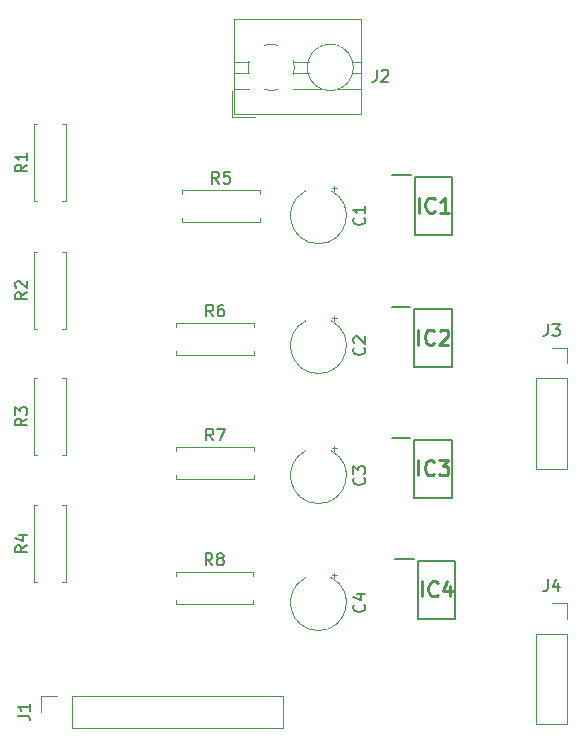
<source format=gbr>
%TF.GenerationSoftware,KiCad,Pcbnew,8.0.6-8.0.6-0~ubuntu22.04.1*%
%TF.CreationDate,2024-11-06T16:41:16-03:00*%
%TF.ProjectId,sensor_filter,73656e73-6f72-45f6-9669-6c7465722e6b,rev?*%
%TF.SameCoordinates,Original*%
%TF.FileFunction,Legend,Top*%
%TF.FilePolarity,Positive*%
%FSLAX46Y46*%
G04 Gerber Fmt 4.6, Leading zero omitted, Abs format (unit mm)*
G04 Created by KiCad (PCBNEW 8.0.6-8.0.6-0~ubuntu22.04.1) date 2024-11-06 16:41:16*
%MOMM*%
%LPD*%
G01*
G04 APERTURE LIST*
%ADD10C,0.150000*%
%ADD11C,0.254000*%
%ADD12C,0.120000*%
%ADD13C,0.200000*%
G04 APERTURE END LIST*
D10*
X155609580Y-86726666D02*
X155657200Y-86774285D01*
X155657200Y-86774285D02*
X155704819Y-86917142D01*
X155704819Y-86917142D02*
X155704819Y-87012380D01*
X155704819Y-87012380D02*
X155657200Y-87155237D01*
X155657200Y-87155237D02*
X155561961Y-87250475D01*
X155561961Y-87250475D02*
X155466723Y-87298094D01*
X155466723Y-87298094D02*
X155276247Y-87345713D01*
X155276247Y-87345713D02*
X155133390Y-87345713D01*
X155133390Y-87345713D02*
X154942914Y-87298094D01*
X154942914Y-87298094D02*
X154847676Y-87250475D01*
X154847676Y-87250475D02*
X154752438Y-87155237D01*
X154752438Y-87155237D02*
X154704819Y-87012380D01*
X154704819Y-87012380D02*
X154704819Y-86917142D01*
X154704819Y-86917142D02*
X154752438Y-86774285D01*
X154752438Y-86774285D02*
X154800057Y-86726666D01*
X155038152Y-85869523D02*
X155704819Y-85869523D01*
X154657200Y-86107618D02*
X155371485Y-86345713D01*
X155371485Y-86345713D02*
X155371485Y-85726666D01*
X142833333Y-62334819D02*
X142500000Y-61858628D01*
X142261905Y-62334819D02*
X142261905Y-61334819D01*
X142261905Y-61334819D02*
X142642857Y-61334819D01*
X142642857Y-61334819D02*
X142738095Y-61382438D01*
X142738095Y-61382438D02*
X142785714Y-61430057D01*
X142785714Y-61430057D02*
X142833333Y-61525295D01*
X142833333Y-61525295D02*
X142833333Y-61668152D01*
X142833333Y-61668152D02*
X142785714Y-61763390D01*
X142785714Y-61763390D02*
X142738095Y-61811009D01*
X142738095Y-61811009D02*
X142642857Y-61858628D01*
X142642857Y-61858628D02*
X142261905Y-61858628D01*
X143690476Y-61334819D02*
X143500000Y-61334819D01*
X143500000Y-61334819D02*
X143404762Y-61382438D01*
X143404762Y-61382438D02*
X143357143Y-61430057D01*
X143357143Y-61430057D02*
X143261905Y-61572914D01*
X143261905Y-61572914D02*
X143214286Y-61763390D01*
X143214286Y-61763390D02*
X143214286Y-62144342D01*
X143214286Y-62144342D02*
X143261905Y-62239580D01*
X143261905Y-62239580D02*
X143309524Y-62287200D01*
X143309524Y-62287200D02*
X143404762Y-62334819D01*
X143404762Y-62334819D02*
X143595238Y-62334819D01*
X143595238Y-62334819D02*
X143690476Y-62287200D01*
X143690476Y-62287200D02*
X143738095Y-62239580D01*
X143738095Y-62239580D02*
X143785714Y-62144342D01*
X143785714Y-62144342D02*
X143785714Y-61906247D01*
X143785714Y-61906247D02*
X143738095Y-61811009D01*
X143738095Y-61811009D02*
X143690476Y-61763390D01*
X143690476Y-61763390D02*
X143595238Y-61715771D01*
X143595238Y-61715771D02*
X143404762Y-61715771D01*
X143404762Y-61715771D02*
X143309524Y-61763390D01*
X143309524Y-61763390D02*
X143261905Y-61811009D01*
X143261905Y-61811009D02*
X143214286Y-61906247D01*
X127084819Y-81726666D02*
X126608628Y-82059999D01*
X127084819Y-82298094D02*
X126084819Y-82298094D01*
X126084819Y-82298094D02*
X126084819Y-81917142D01*
X126084819Y-81917142D02*
X126132438Y-81821904D01*
X126132438Y-81821904D02*
X126180057Y-81774285D01*
X126180057Y-81774285D02*
X126275295Y-81726666D01*
X126275295Y-81726666D02*
X126418152Y-81726666D01*
X126418152Y-81726666D02*
X126513390Y-81774285D01*
X126513390Y-81774285D02*
X126561009Y-81821904D01*
X126561009Y-81821904D02*
X126608628Y-81917142D01*
X126608628Y-81917142D02*
X126608628Y-82298094D01*
X126418152Y-80869523D02*
X127084819Y-80869523D01*
X126037200Y-81107618D02*
X126751485Y-81345713D01*
X126751485Y-81345713D02*
X126751485Y-80726666D01*
D11*
X160210237Y-75789318D02*
X160210237Y-74519318D01*
X161540714Y-75668365D02*
X161480238Y-75728842D01*
X161480238Y-75728842D02*
X161298809Y-75789318D01*
X161298809Y-75789318D02*
X161177857Y-75789318D01*
X161177857Y-75789318D02*
X160996428Y-75728842D01*
X160996428Y-75728842D02*
X160875476Y-75607889D01*
X160875476Y-75607889D02*
X160814999Y-75486937D01*
X160814999Y-75486937D02*
X160754523Y-75245032D01*
X160754523Y-75245032D02*
X160754523Y-75063603D01*
X160754523Y-75063603D02*
X160814999Y-74821699D01*
X160814999Y-74821699D02*
X160875476Y-74700746D01*
X160875476Y-74700746D02*
X160996428Y-74579794D01*
X160996428Y-74579794D02*
X161177857Y-74519318D01*
X161177857Y-74519318D02*
X161298809Y-74519318D01*
X161298809Y-74519318D02*
X161480238Y-74579794D01*
X161480238Y-74579794D02*
X161540714Y-74640270D01*
X161964047Y-74519318D02*
X162750238Y-74519318D01*
X162750238Y-74519318D02*
X162326904Y-75003127D01*
X162326904Y-75003127D02*
X162508333Y-75003127D01*
X162508333Y-75003127D02*
X162629285Y-75063603D01*
X162629285Y-75063603D02*
X162689761Y-75124080D01*
X162689761Y-75124080D02*
X162750238Y-75245032D01*
X162750238Y-75245032D02*
X162750238Y-75547413D01*
X162750238Y-75547413D02*
X162689761Y-75668365D01*
X162689761Y-75668365D02*
X162629285Y-75728842D01*
X162629285Y-75728842D02*
X162508333Y-75789318D01*
X162508333Y-75789318D02*
X162145476Y-75789318D01*
X162145476Y-75789318D02*
X162024523Y-75728842D01*
X162024523Y-75728842D02*
X161964047Y-75668365D01*
D10*
X143333333Y-51084819D02*
X143000000Y-50608628D01*
X142761905Y-51084819D02*
X142761905Y-50084819D01*
X142761905Y-50084819D02*
X143142857Y-50084819D01*
X143142857Y-50084819D02*
X143238095Y-50132438D01*
X143238095Y-50132438D02*
X143285714Y-50180057D01*
X143285714Y-50180057D02*
X143333333Y-50275295D01*
X143333333Y-50275295D02*
X143333333Y-50418152D01*
X143333333Y-50418152D02*
X143285714Y-50513390D01*
X143285714Y-50513390D02*
X143238095Y-50561009D01*
X143238095Y-50561009D02*
X143142857Y-50608628D01*
X143142857Y-50608628D02*
X142761905Y-50608628D01*
X144238095Y-50084819D02*
X143761905Y-50084819D01*
X143761905Y-50084819D02*
X143714286Y-50561009D01*
X143714286Y-50561009D02*
X143761905Y-50513390D01*
X143761905Y-50513390D02*
X143857143Y-50465771D01*
X143857143Y-50465771D02*
X144095238Y-50465771D01*
X144095238Y-50465771D02*
X144190476Y-50513390D01*
X144190476Y-50513390D02*
X144238095Y-50561009D01*
X144238095Y-50561009D02*
X144285714Y-50656247D01*
X144285714Y-50656247D02*
X144285714Y-50894342D01*
X144285714Y-50894342D02*
X144238095Y-50989580D01*
X144238095Y-50989580D02*
X144190476Y-51037200D01*
X144190476Y-51037200D02*
X144095238Y-51084819D01*
X144095238Y-51084819D02*
X143857143Y-51084819D01*
X143857143Y-51084819D02*
X143761905Y-51037200D01*
X143761905Y-51037200D02*
X143714286Y-50989580D01*
D11*
X160210237Y-64729318D02*
X160210237Y-63459318D01*
X161540714Y-64608365D02*
X161480238Y-64668842D01*
X161480238Y-64668842D02*
X161298809Y-64729318D01*
X161298809Y-64729318D02*
X161177857Y-64729318D01*
X161177857Y-64729318D02*
X160996428Y-64668842D01*
X160996428Y-64668842D02*
X160875476Y-64547889D01*
X160875476Y-64547889D02*
X160814999Y-64426937D01*
X160814999Y-64426937D02*
X160754523Y-64185032D01*
X160754523Y-64185032D02*
X160754523Y-64003603D01*
X160754523Y-64003603D02*
X160814999Y-63761699D01*
X160814999Y-63761699D02*
X160875476Y-63640746D01*
X160875476Y-63640746D02*
X160996428Y-63519794D01*
X160996428Y-63519794D02*
X161177857Y-63459318D01*
X161177857Y-63459318D02*
X161298809Y-63459318D01*
X161298809Y-63459318D02*
X161480238Y-63519794D01*
X161480238Y-63519794D02*
X161540714Y-63580270D01*
X162024523Y-63580270D02*
X162084999Y-63519794D01*
X162084999Y-63519794D02*
X162205952Y-63459318D01*
X162205952Y-63459318D02*
X162508333Y-63459318D01*
X162508333Y-63459318D02*
X162629285Y-63519794D01*
X162629285Y-63519794D02*
X162689761Y-63580270D01*
X162689761Y-63580270D02*
X162750238Y-63701222D01*
X162750238Y-63701222D02*
X162750238Y-63822175D01*
X162750238Y-63822175D02*
X162689761Y-64003603D01*
X162689761Y-64003603D02*
X161964047Y-64729318D01*
X161964047Y-64729318D02*
X162750238Y-64729318D01*
X160250237Y-53539318D02*
X160250237Y-52269318D01*
X161580714Y-53418365D02*
X161520238Y-53478842D01*
X161520238Y-53478842D02*
X161338809Y-53539318D01*
X161338809Y-53539318D02*
X161217857Y-53539318D01*
X161217857Y-53539318D02*
X161036428Y-53478842D01*
X161036428Y-53478842D02*
X160915476Y-53357889D01*
X160915476Y-53357889D02*
X160854999Y-53236937D01*
X160854999Y-53236937D02*
X160794523Y-52995032D01*
X160794523Y-52995032D02*
X160794523Y-52813603D01*
X160794523Y-52813603D02*
X160854999Y-52571699D01*
X160854999Y-52571699D02*
X160915476Y-52450746D01*
X160915476Y-52450746D02*
X161036428Y-52329794D01*
X161036428Y-52329794D02*
X161217857Y-52269318D01*
X161217857Y-52269318D02*
X161338809Y-52269318D01*
X161338809Y-52269318D02*
X161520238Y-52329794D01*
X161520238Y-52329794D02*
X161580714Y-52390270D01*
X162790238Y-53539318D02*
X162064523Y-53539318D01*
X162427380Y-53539318D02*
X162427380Y-52269318D01*
X162427380Y-52269318D02*
X162306428Y-52450746D01*
X162306428Y-52450746D02*
X162185476Y-52571699D01*
X162185476Y-52571699D02*
X162064523Y-52632175D01*
D10*
X142773333Y-83394819D02*
X142440000Y-82918628D01*
X142201905Y-83394819D02*
X142201905Y-82394819D01*
X142201905Y-82394819D02*
X142582857Y-82394819D01*
X142582857Y-82394819D02*
X142678095Y-82442438D01*
X142678095Y-82442438D02*
X142725714Y-82490057D01*
X142725714Y-82490057D02*
X142773333Y-82585295D01*
X142773333Y-82585295D02*
X142773333Y-82728152D01*
X142773333Y-82728152D02*
X142725714Y-82823390D01*
X142725714Y-82823390D02*
X142678095Y-82871009D01*
X142678095Y-82871009D02*
X142582857Y-82918628D01*
X142582857Y-82918628D02*
X142201905Y-82918628D01*
X143344762Y-82823390D02*
X143249524Y-82775771D01*
X143249524Y-82775771D02*
X143201905Y-82728152D01*
X143201905Y-82728152D02*
X143154286Y-82632914D01*
X143154286Y-82632914D02*
X143154286Y-82585295D01*
X143154286Y-82585295D02*
X143201905Y-82490057D01*
X143201905Y-82490057D02*
X143249524Y-82442438D01*
X143249524Y-82442438D02*
X143344762Y-82394819D01*
X143344762Y-82394819D02*
X143535238Y-82394819D01*
X143535238Y-82394819D02*
X143630476Y-82442438D01*
X143630476Y-82442438D02*
X143678095Y-82490057D01*
X143678095Y-82490057D02*
X143725714Y-82585295D01*
X143725714Y-82585295D02*
X143725714Y-82632914D01*
X143725714Y-82632914D02*
X143678095Y-82728152D01*
X143678095Y-82728152D02*
X143630476Y-82775771D01*
X143630476Y-82775771D02*
X143535238Y-82823390D01*
X143535238Y-82823390D02*
X143344762Y-82823390D01*
X143344762Y-82823390D02*
X143249524Y-82871009D01*
X143249524Y-82871009D02*
X143201905Y-82918628D01*
X143201905Y-82918628D02*
X143154286Y-83013866D01*
X143154286Y-83013866D02*
X143154286Y-83204342D01*
X143154286Y-83204342D02*
X143201905Y-83299580D01*
X143201905Y-83299580D02*
X143249524Y-83347200D01*
X143249524Y-83347200D02*
X143344762Y-83394819D01*
X143344762Y-83394819D02*
X143535238Y-83394819D01*
X143535238Y-83394819D02*
X143630476Y-83347200D01*
X143630476Y-83347200D02*
X143678095Y-83299580D01*
X143678095Y-83299580D02*
X143725714Y-83204342D01*
X143725714Y-83204342D02*
X143725714Y-83013866D01*
X143725714Y-83013866D02*
X143678095Y-82918628D01*
X143678095Y-82918628D02*
X143630476Y-82871009D01*
X143630476Y-82871009D02*
X143535238Y-82823390D01*
X171166666Y-84604819D02*
X171166666Y-85319104D01*
X171166666Y-85319104D02*
X171119047Y-85461961D01*
X171119047Y-85461961D02*
X171023809Y-85557200D01*
X171023809Y-85557200D02*
X170880952Y-85604819D01*
X170880952Y-85604819D02*
X170785714Y-85604819D01*
X172071428Y-84938152D02*
X172071428Y-85604819D01*
X171833333Y-84557200D02*
X171595238Y-85271485D01*
X171595238Y-85271485D02*
X172214285Y-85271485D01*
X155609580Y-53976666D02*
X155657200Y-54024285D01*
X155657200Y-54024285D02*
X155704819Y-54167142D01*
X155704819Y-54167142D02*
X155704819Y-54262380D01*
X155704819Y-54262380D02*
X155657200Y-54405237D01*
X155657200Y-54405237D02*
X155561961Y-54500475D01*
X155561961Y-54500475D02*
X155466723Y-54548094D01*
X155466723Y-54548094D02*
X155276247Y-54595713D01*
X155276247Y-54595713D02*
X155133390Y-54595713D01*
X155133390Y-54595713D02*
X154942914Y-54548094D01*
X154942914Y-54548094D02*
X154847676Y-54500475D01*
X154847676Y-54500475D02*
X154752438Y-54405237D01*
X154752438Y-54405237D02*
X154704819Y-54262380D01*
X154704819Y-54262380D02*
X154704819Y-54167142D01*
X154704819Y-54167142D02*
X154752438Y-54024285D01*
X154752438Y-54024285D02*
X154800057Y-53976666D01*
X155704819Y-53024285D02*
X155704819Y-53595713D01*
X155704819Y-53309999D02*
X154704819Y-53309999D01*
X154704819Y-53309999D02*
X154847676Y-53405237D01*
X154847676Y-53405237D02*
X154942914Y-53500475D01*
X154942914Y-53500475D02*
X154990533Y-53595713D01*
X127084819Y-70976666D02*
X126608628Y-71309999D01*
X127084819Y-71548094D02*
X126084819Y-71548094D01*
X126084819Y-71548094D02*
X126084819Y-71167142D01*
X126084819Y-71167142D02*
X126132438Y-71071904D01*
X126132438Y-71071904D02*
X126180057Y-71024285D01*
X126180057Y-71024285D02*
X126275295Y-70976666D01*
X126275295Y-70976666D02*
X126418152Y-70976666D01*
X126418152Y-70976666D02*
X126513390Y-71024285D01*
X126513390Y-71024285D02*
X126561009Y-71071904D01*
X126561009Y-71071904D02*
X126608628Y-71167142D01*
X126608628Y-71167142D02*
X126608628Y-71548094D01*
X126084819Y-70643332D02*
X126084819Y-70024285D01*
X126084819Y-70024285D02*
X126465771Y-70357618D01*
X126465771Y-70357618D02*
X126465771Y-70214761D01*
X126465771Y-70214761D02*
X126513390Y-70119523D01*
X126513390Y-70119523D02*
X126561009Y-70071904D01*
X126561009Y-70071904D02*
X126656247Y-70024285D01*
X126656247Y-70024285D02*
X126894342Y-70024285D01*
X126894342Y-70024285D02*
X126989580Y-70071904D01*
X126989580Y-70071904D02*
X127037200Y-70119523D01*
X127037200Y-70119523D02*
X127084819Y-70214761D01*
X127084819Y-70214761D02*
X127084819Y-70500475D01*
X127084819Y-70500475D02*
X127037200Y-70595713D01*
X127037200Y-70595713D02*
X126989580Y-70643332D01*
D11*
X160500237Y-86039318D02*
X160500237Y-84769318D01*
X161830714Y-85918365D02*
X161770238Y-85978842D01*
X161770238Y-85978842D02*
X161588809Y-86039318D01*
X161588809Y-86039318D02*
X161467857Y-86039318D01*
X161467857Y-86039318D02*
X161286428Y-85978842D01*
X161286428Y-85978842D02*
X161165476Y-85857889D01*
X161165476Y-85857889D02*
X161104999Y-85736937D01*
X161104999Y-85736937D02*
X161044523Y-85495032D01*
X161044523Y-85495032D02*
X161044523Y-85313603D01*
X161044523Y-85313603D02*
X161104999Y-85071699D01*
X161104999Y-85071699D02*
X161165476Y-84950746D01*
X161165476Y-84950746D02*
X161286428Y-84829794D01*
X161286428Y-84829794D02*
X161467857Y-84769318D01*
X161467857Y-84769318D02*
X161588809Y-84769318D01*
X161588809Y-84769318D02*
X161770238Y-84829794D01*
X161770238Y-84829794D02*
X161830714Y-84890270D01*
X162919285Y-85192651D02*
X162919285Y-86039318D01*
X162616904Y-84708842D02*
X162314523Y-85615984D01*
X162314523Y-85615984D02*
X163100714Y-85615984D01*
D10*
X155609580Y-75976666D02*
X155657200Y-76024285D01*
X155657200Y-76024285D02*
X155704819Y-76167142D01*
X155704819Y-76167142D02*
X155704819Y-76262380D01*
X155704819Y-76262380D02*
X155657200Y-76405237D01*
X155657200Y-76405237D02*
X155561961Y-76500475D01*
X155561961Y-76500475D02*
X155466723Y-76548094D01*
X155466723Y-76548094D02*
X155276247Y-76595713D01*
X155276247Y-76595713D02*
X155133390Y-76595713D01*
X155133390Y-76595713D02*
X154942914Y-76548094D01*
X154942914Y-76548094D02*
X154847676Y-76500475D01*
X154847676Y-76500475D02*
X154752438Y-76405237D01*
X154752438Y-76405237D02*
X154704819Y-76262380D01*
X154704819Y-76262380D02*
X154704819Y-76167142D01*
X154704819Y-76167142D02*
X154752438Y-76024285D01*
X154752438Y-76024285D02*
X154800057Y-75976666D01*
X154704819Y-75643332D02*
X154704819Y-75024285D01*
X154704819Y-75024285D02*
X155085771Y-75357618D01*
X155085771Y-75357618D02*
X155085771Y-75214761D01*
X155085771Y-75214761D02*
X155133390Y-75119523D01*
X155133390Y-75119523D02*
X155181009Y-75071904D01*
X155181009Y-75071904D02*
X155276247Y-75024285D01*
X155276247Y-75024285D02*
X155514342Y-75024285D01*
X155514342Y-75024285D02*
X155609580Y-75071904D01*
X155609580Y-75071904D02*
X155657200Y-75119523D01*
X155657200Y-75119523D02*
X155704819Y-75214761D01*
X155704819Y-75214761D02*
X155704819Y-75500475D01*
X155704819Y-75500475D02*
X155657200Y-75595713D01*
X155657200Y-75595713D02*
X155609580Y-75643332D01*
X171166666Y-62994819D02*
X171166666Y-63709104D01*
X171166666Y-63709104D02*
X171119047Y-63851961D01*
X171119047Y-63851961D02*
X171023809Y-63947200D01*
X171023809Y-63947200D02*
X170880952Y-63994819D01*
X170880952Y-63994819D02*
X170785714Y-63994819D01*
X171547619Y-62994819D02*
X172166666Y-62994819D01*
X172166666Y-62994819D02*
X171833333Y-63375771D01*
X171833333Y-63375771D02*
X171976190Y-63375771D01*
X171976190Y-63375771D02*
X172071428Y-63423390D01*
X172071428Y-63423390D02*
X172119047Y-63471009D01*
X172119047Y-63471009D02*
X172166666Y-63566247D01*
X172166666Y-63566247D02*
X172166666Y-63804342D01*
X172166666Y-63804342D02*
X172119047Y-63899580D01*
X172119047Y-63899580D02*
X172071428Y-63947200D01*
X172071428Y-63947200D02*
X171976190Y-63994819D01*
X171976190Y-63994819D02*
X171690476Y-63994819D01*
X171690476Y-63994819D02*
X171595238Y-63947200D01*
X171595238Y-63947200D02*
X171547619Y-63899580D01*
X127084819Y-60286666D02*
X126608628Y-60619999D01*
X127084819Y-60858094D02*
X126084819Y-60858094D01*
X126084819Y-60858094D02*
X126084819Y-60477142D01*
X126084819Y-60477142D02*
X126132438Y-60381904D01*
X126132438Y-60381904D02*
X126180057Y-60334285D01*
X126180057Y-60334285D02*
X126275295Y-60286666D01*
X126275295Y-60286666D02*
X126418152Y-60286666D01*
X126418152Y-60286666D02*
X126513390Y-60334285D01*
X126513390Y-60334285D02*
X126561009Y-60381904D01*
X126561009Y-60381904D02*
X126608628Y-60477142D01*
X126608628Y-60477142D02*
X126608628Y-60858094D01*
X126180057Y-59905713D02*
X126132438Y-59858094D01*
X126132438Y-59858094D02*
X126084819Y-59762856D01*
X126084819Y-59762856D02*
X126084819Y-59524761D01*
X126084819Y-59524761D02*
X126132438Y-59429523D01*
X126132438Y-59429523D02*
X126180057Y-59381904D01*
X126180057Y-59381904D02*
X126275295Y-59334285D01*
X126275295Y-59334285D02*
X126370533Y-59334285D01*
X126370533Y-59334285D02*
X126513390Y-59381904D01*
X126513390Y-59381904D02*
X127084819Y-59953332D01*
X127084819Y-59953332D02*
X127084819Y-59334285D01*
X155609580Y-64976666D02*
X155657200Y-65024285D01*
X155657200Y-65024285D02*
X155704819Y-65167142D01*
X155704819Y-65167142D02*
X155704819Y-65262380D01*
X155704819Y-65262380D02*
X155657200Y-65405237D01*
X155657200Y-65405237D02*
X155561961Y-65500475D01*
X155561961Y-65500475D02*
X155466723Y-65548094D01*
X155466723Y-65548094D02*
X155276247Y-65595713D01*
X155276247Y-65595713D02*
X155133390Y-65595713D01*
X155133390Y-65595713D02*
X154942914Y-65548094D01*
X154942914Y-65548094D02*
X154847676Y-65500475D01*
X154847676Y-65500475D02*
X154752438Y-65405237D01*
X154752438Y-65405237D02*
X154704819Y-65262380D01*
X154704819Y-65262380D02*
X154704819Y-65167142D01*
X154704819Y-65167142D02*
X154752438Y-65024285D01*
X154752438Y-65024285D02*
X154800057Y-64976666D01*
X154800057Y-64595713D02*
X154752438Y-64548094D01*
X154752438Y-64548094D02*
X154704819Y-64452856D01*
X154704819Y-64452856D02*
X154704819Y-64214761D01*
X154704819Y-64214761D02*
X154752438Y-64119523D01*
X154752438Y-64119523D02*
X154800057Y-64071904D01*
X154800057Y-64071904D02*
X154895295Y-64024285D01*
X154895295Y-64024285D02*
X154990533Y-64024285D01*
X154990533Y-64024285D02*
X155133390Y-64071904D01*
X155133390Y-64071904D02*
X155704819Y-64643332D01*
X155704819Y-64643332D02*
X155704819Y-64024285D01*
X156666666Y-41454819D02*
X156666666Y-42169104D01*
X156666666Y-42169104D02*
X156619047Y-42311961D01*
X156619047Y-42311961D02*
X156523809Y-42407200D01*
X156523809Y-42407200D02*
X156380952Y-42454819D01*
X156380952Y-42454819D02*
X156285714Y-42454819D01*
X157095238Y-41550057D02*
X157142857Y-41502438D01*
X157142857Y-41502438D02*
X157238095Y-41454819D01*
X157238095Y-41454819D02*
X157476190Y-41454819D01*
X157476190Y-41454819D02*
X157571428Y-41502438D01*
X157571428Y-41502438D02*
X157619047Y-41550057D01*
X157619047Y-41550057D02*
X157666666Y-41645295D01*
X157666666Y-41645295D02*
X157666666Y-41740533D01*
X157666666Y-41740533D02*
X157619047Y-41883390D01*
X157619047Y-41883390D02*
X157047619Y-42454819D01*
X157047619Y-42454819D02*
X157666666Y-42454819D01*
X127084819Y-49476666D02*
X126608628Y-49809999D01*
X127084819Y-50048094D02*
X126084819Y-50048094D01*
X126084819Y-50048094D02*
X126084819Y-49667142D01*
X126084819Y-49667142D02*
X126132438Y-49571904D01*
X126132438Y-49571904D02*
X126180057Y-49524285D01*
X126180057Y-49524285D02*
X126275295Y-49476666D01*
X126275295Y-49476666D02*
X126418152Y-49476666D01*
X126418152Y-49476666D02*
X126513390Y-49524285D01*
X126513390Y-49524285D02*
X126561009Y-49571904D01*
X126561009Y-49571904D02*
X126608628Y-49667142D01*
X126608628Y-49667142D02*
X126608628Y-50048094D01*
X127084819Y-48524285D02*
X127084819Y-49095713D01*
X127084819Y-48809999D02*
X126084819Y-48809999D01*
X126084819Y-48809999D02*
X126227676Y-48905237D01*
X126227676Y-48905237D02*
X126322914Y-49000475D01*
X126322914Y-49000475D02*
X126370533Y-49095713D01*
X126309819Y-96143333D02*
X127024104Y-96143333D01*
X127024104Y-96143333D02*
X127166961Y-96190952D01*
X127166961Y-96190952D02*
X127262200Y-96286190D01*
X127262200Y-96286190D02*
X127309819Y-96429047D01*
X127309819Y-96429047D02*
X127309819Y-96524285D01*
X127309819Y-95143333D02*
X127309819Y-95714761D01*
X127309819Y-95429047D02*
X126309819Y-95429047D01*
X126309819Y-95429047D02*
X126452676Y-95524285D01*
X126452676Y-95524285D02*
X126547914Y-95619523D01*
X126547914Y-95619523D02*
X126595533Y-95714761D01*
X142833333Y-72834819D02*
X142500000Y-72358628D01*
X142261905Y-72834819D02*
X142261905Y-71834819D01*
X142261905Y-71834819D02*
X142642857Y-71834819D01*
X142642857Y-71834819D02*
X142738095Y-71882438D01*
X142738095Y-71882438D02*
X142785714Y-71930057D01*
X142785714Y-71930057D02*
X142833333Y-72025295D01*
X142833333Y-72025295D02*
X142833333Y-72168152D01*
X142833333Y-72168152D02*
X142785714Y-72263390D01*
X142785714Y-72263390D02*
X142738095Y-72311009D01*
X142738095Y-72311009D02*
X142642857Y-72358628D01*
X142642857Y-72358628D02*
X142261905Y-72358628D01*
X143166667Y-71834819D02*
X143833333Y-71834819D01*
X143833333Y-71834819D02*
X143404762Y-72834819D01*
D12*
%TO.C,C4*%
X153085000Y-84022712D02*
X153085000Y-84472712D01*
X153310000Y-84247712D02*
X152860000Y-84247712D01*
X152810000Y-84440259D02*
G75*
G02*
X150690000Y-84440259I-1060000J-2119741D01*
G01*
%TO.C,R6*%
X139730000Y-62880000D02*
X146270000Y-62880000D01*
X139730000Y-63210000D02*
X139730000Y-62880000D01*
X139730000Y-65290000D02*
X139730000Y-65620000D01*
X139730000Y-65620000D02*
X146270000Y-65620000D01*
X146270000Y-62880000D02*
X146270000Y-63210000D01*
X146270000Y-65620000D02*
X146270000Y-65290000D01*
%TO.C,R4*%
X127630000Y-78290000D02*
X127960000Y-78290000D01*
X127630000Y-84830000D02*
X127630000Y-78290000D01*
X127960000Y-84830000D02*
X127630000Y-84830000D01*
X130040000Y-84830000D02*
X130370000Y-84830000D01*
X130370000Y-78290000D02*
X130040000Y-78290000D01*
X130370000Y-84830000D02*
X130370000Y-78290000D01*
D13*
%TO.C,IC3*%
X157975000Y-72610000D02*
X159525000Y-72610000D01*
X159875000Y-72765000D02*
X163025000Y-72765000D01*
X159875000Y-77665000D02*
X159875000Y-72765000D01*
X163025000Y-72765000D02*
X163025000Y-77665000D01*
X163025000Y-77665000D02*
X159875000Y-77665000D01*
D12*
%TO.C,R5*%
X140230000Y-51630000D02*
X146770000Y-51630000D01*
X140230000Y-51960000D02*
X140230000Y-51630000D01*
X140230000Y-54040000D02*
X140230000Y-54370000D01*
X140230000Y-54370000D02*
X146770000Y-54370000D01*
X146770000Y-51630000D02*
X146770000Y-51960000D01*
X146770000Y-54370000D02*
X146770000Y-54040000D01*
D13*
%TO.C,IC2*%
X157975000Y-61550000D02*
X159525000Y-61550000D01*
X159875000Y-61705000D02*
X163025000Y-61705000D01*
X159875000Y-66605000D02*
X159875000Y-61705000D01*
X163025000Y-61705000D02*
X163025000Y-66605000D01*
X163025000Y-66605000D02*
X159875000Y-66605000D01*
%TO.C,IC1*%
X158015000Y-50360000D02*
X159565000Y-50360000D01*
X159915000Y-50515000D02*
X163065000Y-50515000D01*
X159915000Y-55415000D02*
X159915000Y-50515000D01*
X163065000Y-50515000D02*
X163065000Y-55415000D01*
X163065000Y-55415000D02*
X159915000Y-55415000D01*
D12*
%TO.C,R8*%
X139670000Y-83940000D02*
X146210000Y-83940000D01*
X139670000Y-84270000D02*
X139670000Y-83940000D01*
X139670000Y-86350000D02*
X139670000Y-86680000D01*
X139670000Y-86680000D02*
X146210000Y-86680000D01*
X146210000Y-83940000D02*
X146210000Y-84270000D01*
X146210000Y-86680000D02*
X146210000Y-86350000D01*
%TO.C,J4*%
X170170000Y-89190000D02*
X170170000Y-96870000D01*
X170170000Y-89190000D02*
X172830000Y-89190000D01*
X170170000Y-96870000D02*
X172830000Y-96870000D01*
X171500000Y-86590000D02*
X172830000Y-86590000D01*
X172830000Y-86590000D02*
X172830000Y-87920000D01*
X172830000Y-89190000D02*
X172830000Y-96870000D01*
%TO.C,C1*%
X153085000Y-51272712D02*
X153085000Y-51722712D01*
X153310000Y-51497712D02*
X152860000Y-51497712D01*
X152810000Y-51690259D02*
G75*
G02*
X150690000Y-51690259I-1060000J-2119741D01*
G01*
%TO.C,R3*%
X127630000Y-67540000D02*
X127960000Y-67540000D01*
X127630000Y-74080000D02*
X127630000Y-67540000D01*
X127960000Y-74080000D02*
X127630000Y-74080000D01*
X130040000Y-74080000D02*
X130370000Y-74080000D01*
X130370000Y-67540000D02*
X130040000Y-67540000D01*
X130370000Y-74080000D02*
X130370000Y-67540000D01*
D13*
%TO.C,IC4*%
X158265000Y-82860000D02*
X159815000Y-82860000D01*
X160165000Y-83015000D02*
X163315000Y-83015000D01*
X160165000Y-87915000D02*
X160165000Y-83015000D01*
X163315000Y-83015000D02*
X163315000Y-87915000D01*
X163315000Y-87915000D02*
X160165000Y-87915000D01*
D12*
%TO.C,C3*%
X153085000Y-73272712D02*
X153085000Y-73722712D01*
X153310000Y-73497712D02*
X152860000Y-73497712D01*
X152810000Y-73690259D02*
G75*
G02*
X150690000Y-73690259I-1060000J-2119741D01*
G01*
%TO.C,J3*%
X170170000Y-67580000D02*
X170170000Y-75260000D01*
X170170000Y-67580000D02*
X172830000Y-67580000D01*
X170170000Y-75260000D02*
X172830000Y-75260000D01*
X171500000Y-64980000D02*
X172830000Y-64980000D01*
X172830000Y-64980000D02*
X172830000Y-66310000D01*
X172830000Y-67580000D02*
X172830000Y-75260000D01*
%TO.C,R2*%
X127630000Y-56850000D02*
X127960000Y-56850000D01*
X127630000Y-63390000D02*
X127630000Y-56850000D01*
X127960000Y-63390000D02*
X127630000Y-63390000D01*
X130040000Y-63390000D02*
X130370000Y-63390000D01*
X130370000Y-56850000D02*
X130040000Y-56850000D01*
X130370000Y-63390000D02*
X130370000Y-56850000D01*
%TO.C,C2*%
X153085000Y-62272712D02*
X153085000Y-62722712D01*
X153310000Y-62497712D02*
X152860000Y-62497712D01*
X152810000Y-62690259D02*
G75*
G02*
X150690000Y-62690259I-1060000J-2119741D01*
G01*
%TO.C,J2*%
X144390000Y-43220000D02*
X144390000Y-45410000D01*
X144390000Y-45410000D02*
X146340000Y-45410000D01*
X144630000Y-37130000D02*
X144630000Y-45170000D01*
X144630000Y-37130000D02*
X155370000Y-37130000D01*
X144630000Y-40750000D02*
X145870000Y-40750000D01*
X144630000Y-41750000D02*
X145870000Y-41750000D01*
X144630000Y-43050000D02*
X145870000Y-43050000D01*
X144630000Y-45170000D02*
X155370000Y-45170000D01*
X149630000Y-40750000D02*
X150915000Y-40750000D01*
X149630000Y-41750000D02*
X150915000Y-41750000D01*
X149630000Y-43050000D02*
X152081000Y-43050000D01*
X151264000Y-42498000D02*
X151264000Y-42498000D01*
X153420000Y-43050000D02*
X155370000Y-43050000D01*
X154237000Y-40002000D02*
X154237000Y-40002000D01*
X154586000Y-40750000D02*
X155370000Y-40750000D01*
X154586000Y-41750000D02*
X155370000Y-41750000D01*
X155370000Y-37130000D02*
X155370000Y-45170000D01*
X145874578Y-41822619D02*
G75*
G02*
X145875000Y-40676000I1875415J572619D01*
G01*
X147177381Y-39374578D02*
G75*
G02*
X148324000Y-39375000I572619J-1875422D01*
G01*
X147783500Y-43210607D02*
G75*
G02*
X147176000Y-43125000I-33500J1960607D01*
G01*
X148323049Y-43124357D02*
G75*
G02*
X147750000Y-43210000I-573049J1874357D01*
G01*
X149625422Y-40677381D02*
G75*
G02*
X149625000Y-41824000I-1875422J-572619D01*
G01*
X151184339Y-42429122D02*
G75*
G02*
X151185000Y-40070000I1565661J1179122D01*
G01*
X151184826Y-40069305D02*
G75*
G02*
X151271000Y-39963000I1564674J-1180295D01*
G01*
X151271125Y-42536294D02*
G75*
G02*
X151185001Y-42429999I1478775J1286194D01*
G01*
X151271202Y-39962988D02*
G75*
G02*
X151389000Y-39839000I1477098J-1285412D01*
G01*
X151388710Y-42660010D02*
G75*
G02*
X151270999Y-42536000I1361390J1410110D01*
G01*
X151388867Y-39839262D02*
G75*
G02*
X151517000Y-39725999I1361233J-1410838D01*
G01*
X151517069Y-42773253D02*
G75*
G02*
X151389000Y-42660000I1232831J1523153D01*
G01*
X151517452Y-39725623D02*
G75*
G02*
X151655000Y-39624000I1232548J-1524377D01*
G01*
X151654517Y-42875664D02*
G75*
G02*
X151517000Y-42774000I1095483J1625664D01*
G01*
X151683630Y-39605683D02*
G75*
G02*
X151831001Y-39519001I1067170J-1645717D01*
G01*
X151830344Y-42980739D02*
G75*
G02*
X151683000Y-42894000I921656J1734139D01*
G01*
X151922694Y-39472741D02*
G75*
G02*
X152113000Y-39396000I827306J-1777259D01*
G01*
X152112283Y-43103815D02*
G75*
G02*
X151922000Y-43027000I637717J1853815D01*
G01*
X152243681Y-39356527D02*
G75*
G02*
X152751000Y-39290001I506319J-1893473D01*
G01*
X152750479Y-43210685D02*
G75*
G02*
X152242999Y-43144004I-479J1960785D01*
G01*
X152750487Y-39289056D02*
G75*
G02*
X153258000Y-39356000I-487J-1960944D01*
G01*
X153257285Y-43143215D02*
G75*
G02*
X152750000Y-43210000I-507285J1893215D01*
G01*
X153388712Y-39396080D02*
G75*
G02*
X153579001Y-39472998I-638812J-1854220D01*
G01*
X153579295Y-43027050D02*
G75*
G02*
X153388999Y-43103998I-829395J1777350D01*
G01*
X153670652Y-39519174D02*
G75*
G02*
X153818003Y-39605996I-919752J-1729426D01*
G01*
X153818362Y-42894143D02*
G75*
G02*
X153671000Y-42981000I-1068362J1644143D01*
G01*
X153846479Y-39624249D02*
G75*
G02*
X153984002Y-39725997I-1097979J-1627851D01*
G01*
X153983457Y-42773294D02*
G75*
G02*
X153845998Y-42874997I-1231557J1520794D01*
G01*
X153983928Y-39726659D02*
G75*
G02*
X154112000Y-39840000I-1234028J-1523441D01*
G01*
X154112130Y-42660651D02*
G75*
G02*
X153984000Y-42774000I-1363630J1412351D01*
G01*
X154112286Y-39839903D02*
G75*
G02*
X154230000Y-39964000I-1362086J-1409897D01*
G01*
X154229707Y-42535928D02*
G75*
G02*
X154111999Y-42659999I-1479907J1286128D01*
G01*
X154229873Y-39963636D02*
G75*
G02*
X154316000Y-40070000I-1479373J-1285964D01*
G01*
X154315937Y-40069916D02*
G75*
G02*
X154316000Y-42430000I-1565937J-1180084D01*
G01*
X154316102Y-42429628D02*
G75*
G02*
X154230000Y-42536000I-1571402J1183928D01*
G01*
%TO.C,R1*%
X127630000Y-46040000D02*
X127960000Y-46040000D01*
X127630000Y-52580000D02*
X127630000Y-46040000D01*
X127960000Y-52580000D02*
X127630000Y-52580000D01*
X130040000Y-52580000D02*
X130370000Y-52580000D01*
X130370000Y-46040000D02*
X130040000Y-46040000D01*
X130370000Y-52580000D02*
X130370000Y-46040000D01*
%TO.C,J1*%
X128295000Y-94480000D02*
X129625000Y-94480000D01*
X128295000Y-95810000D02*
X128295000Y-94480000D01*
X130895000Y-94480000D02*
X148735000Y-94480000D01*
X130895000Y-97140000D02*
X130895000Y-94480000D01*
X130895000Y-97140000D02*
X148735000Y-97140000D01*
X148735000Y-97140000D02*
X148735000Y-94480000D01*
%TO.C,R7*%
X139730000Y-73380000D02*
X146270000Y-73380000D01*
X139730000Y-73710000D02*
X139730000Y-73380000D01*
X139730000Y-75790000D02*
X139730000Y-76120000D01*
X139730000Y-76120000D02*
X146270000Y-76120000D01*
X146270000Y-73380000D02*
X146270000Y-73710000D01*
X146270000Y-76120000D02*
X146270000Y-75790000D01*
%TD*%
M02*

</source>
